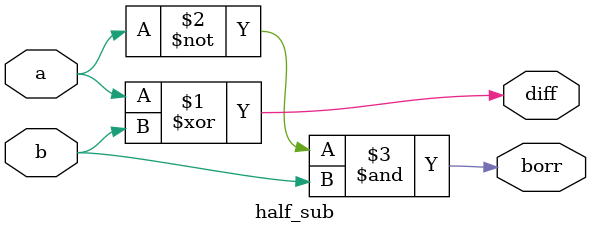
<source format=v>
module half_sub(input a,b, output diff,borr);

	assign diff = a^b;
	assign borr = ~a&b;
	
endmodule

</source>
